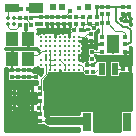
<source format=gtl>
G04 Layer_Physical_Order=1*
G04 Layer_Color=255*
%FSLAX25Y25*%
%MOIN*%
G70*
G01*
G75*
%ADD10C,0.01000*%
%ADD11R,0.04724X0.03543*%
%ADD12R,0.01181X0.01181*%
%ADD13R,0.01968X0.02362*%
%ADD14R,0.04724X0.03150*%
%ADD15R,0.01181X0.01181*%
%ADD16R,0.01378X0.01181*%
%ADD17R,0.02913X0.05905*%
%ADD18C,0.01181*%
%ADD19R,0.01968X0.03937*%
%ADD20R,0.04331X0.04724*%
%ADD21R,0.03937X0.06299*%
%ADD22R,0.01772X0.01181*%
%ADD23C,0.00787*%
%ADD24C,0.00394*%
%ADD25C,0.02756*%
%ADD26C,0.01968*%
%ADD27C,0.01339*%
%ADD28C,0.01575*%
D10*
X5421Y-35138D02*
G03*
X5421Y-35138I-1681J0D01*
G01*
X13554Y-41051D02*
G03*
X15354Y-41937I1800J1386D01*
G01*
Y-37394D02*
G03*
X13886Y-37932I0J-2272D01*
G01*
X5323Y-30217D02*
G03*
X5323Y-30217I-1681J0D01*
G01*
X10037Y-26386D02*
G03*
X11409Y-26478I789J1484D01*
G01*
X12353Y-24196D02*
G03*
X10146Y-23365I-1526J-706D01*
G01*
X14944Y-24689D02*
G03*
X15264Y-23917I-771J771D01*
G01*
X14944Y-24689D02*
G03*
X15264Y-23917I-771J771D01*
G01*
Y-23844D02*
G03*
X16535Y-23699I484J1403D01*
G01*
X18110D02*
G03*
X19685Y-23699I787J1258D01*
G01*
X16535D02*
G03*
X18110Y-23699I787J1258D01*
G01*
X11356Y-15380D02*
G03*
X11784Y-15808I1242J813D01*
G01*
X11425Y-21775D02*
G03*
X13083Y-22269I1173J909D01*
G01*
X14961Y-10159D02*
G03*
X13386Y-10159I-787J-1258D01*
G01*
D02*
G03*
X11425Y-10508I-787J-1258D01*
G01*
Y-9050D02*
G03*
X12010Y-8866I-205J1669D01*
G01*
X16535Y-10159D02*
G03*
X14961Y-10159I-787J-1258D01*
G01*
X18110D02*
G03*
X16535Y-10159I-787J-1258D01*
G01*
X19685D02*
G03*
X18110Y-10159I-787J-1258D01*
G01*
X19685Y-23699D02*
G03*
X21260Y-23699I787J1258D01*
G01*
D02*
G03*
X22835Y-23699I787J1258D01*
G01*
X24409D02*
G03*
X26107Y-23614I787J1258D01*
G01*
X22835Y-23699D02*
G03*
X24409Y-23699I787J1258D01*
G01*
X26567Y-19862D02*
G03*
X26678Y-19382I-1370J571D01*
G01*
X26681Y-19291D02*
G03*
X26455Y-18504I-1484J0D01*
G01*
Y-18504D02*
G03*
X26681Y-17717I-1258J787D01*
G01*
D02*
G03*
X26455Y-16929I-1484J0D01*
G01*
X26681Y-16142D02*
G03*
X26455Y-15354I-1484J0D01*
G01*
Y-16929D02*
G03*
X26681Y-16142I-1258J787D01*
G01*
X26455Y-15354D02*
G03*
X26681Y-14567I-1258J787D01*
G01*
D02*
G03*
X26455Y-13780I-1484J0D01*
G01*
X28382Y-17766D02*
G03*
X27891Y-19382I1146J-1230D01*
G01*
X30807Y-15445D02*
G03*
X28382Y-17766I-1279J-1091D01*
G01*
X21260Y-10159D02*
G03*
X19685Y-10159I-787J-1258D01*
G01*
X22145Y-9936D02*
G03*
X21260Y-10159I-97J-1481D01*
G01*
X22111Y-8866D02*
G03*
X22145Y-9936I1610J-484D01*
G01*
X26455Y-13780D02*
G03*
X26681Y-12992I-1258J787D01*
G01*
D02*
G03*
X26600Y-12508I-1484J0D01*
G01*
X26771D02*
G03*
X27542Y-12188I0J1091D01*
G01*
X26771Y-12508D02*
G03*
X27542Y-12188I0J1091D01*
G01*
X31209Y-18996D02*
G03*
X30673Y-17766I-1681J0D01*
G01*
X30716Y-10134D02*
G03*
X30996Y-9997I-598J1571D01*
G01*
X31092Y-9933D02*
G03*
X31685Y-9172I-974J1370D01*
G01*
X42232Y-15215D02*
G03*
X42544Y-14985I-598J1140D01*
G01*
X42232Y-15215D02*
G03*
X42544Y-14985I-598J1140D01*
G01*
X39675Y-5323D02*
G03*
X39393Y-5978I1369J-976D01*
G01*
X42303Y-7412D02*
G03*
X42600Y-6934I-1260J1113D01*
G01*
Y-5664D02*
G03*
X42412Y-5323I-1557J-635D01*
G01*
X500Y-40562D02*
X2937Y-43000D01*
X500Y-42684D02*
X816Y-43000D01*
X500Y-38441D02*
X5059Y-43000D01*
X500Y-39855D02*
X3645Y-43000D01*
X500Y-39148D02*
X4352Y-43000D01*
X500Y-37734D02*
X5766Y-43000D01*
X2296D02*
X8674Y-36622D01*
X1589Y-43000D02*
X8161Y-36427D01*
X500Y-36320D02*
X7180Y-43000D01*
X882D02*
X8161Y-35720D01*
X500Y-35613D02*
X7887Y-43000D01*
X500Y-41270D02*
X2230Y-43000D01*
X500Y-41977D02*
X1523Y-43000D01*
X500Y-37018D02*
X2085Y-35432D01*
X500Y-38432D02*
X2579Y-36353D01*
X500Y-37725D02*
X2271Y-35954D01*
X500Y-40553D02*
X4348Y-36705D01*
X500Y-37027D02*
X6473Y-43000D01*
X500Y-39846D02*
X3539Y-36807D01*
X500Y-39139D02*
X2994Y-36645D01*
X882Y-43000D02*
X8161Y-35720D01*
X500Y-42674D02*
X8161Y-35013D01*
X3825Y-36817D02*
X10009Y-43000D01*
X4400Y-36684D02*
X10716Y-43000D01*
X2889Y-36587D02*
X9301Y-43000D01*
X3710D02*
X10088Y-36622D01*
X3003Y-43000D02*
X9381Y-36622D01*
X7246Y-43000D02*
X10917Y-39328D01*
X8660Y-43000D02*
X10917Y-40742D01*
Y-38689D02*
Y-38083D01*
X4417Y-43000D02*
X10795Y-36622D01*
X5831Y-43000D02*
X10917Y-37914D01*
Y-38689D02*
Y-38083D01*
X8161Y-36203D02*
X8580Y-36622D01*
X8661Y-35138D02*
X9646D01*
X2559Y-35138D02*
X3740D01*
Y-36319D02*
Y-35138D01*
X4921D01*
X9287Y-36622D02*
X10917Y-38252D01*
X9995Y-36622D02*
X10917Y-37545D01*
X10702Y-36622D02*
X10917Y-36838D01*
X8161Y-36622D02*
X10524D01*
X10917Y-38083D02*
Y-36622D01*
X9646Y-36122D02*
Y-35138D01*
X500Y-34199D02*
X2291Y-35989D01*
X500Y-36310D02*
X2120Y-34691D01*
X500Y-43000D02*
Y-22072D01*
Y-33491D02*
X2061Y-35053D01*
X500Y-34896D02*
X3504Y-31892D01*
X500Y-34906D02*
X8594Y-43000D01*
X500Y-41967D02*
X8161Y-34306D01*
X3740Y-35138D02*
Y-33957D01*
X500Y-41260D02*
X10917Y-30843D01*
X500Y-35603D02*
X4373Y-31730D01*
X500Y-32077D02*
X2465Y-34042D01*
X500Y-32784D02*
X2194Y-34478D01*
X500Y-32775D02*
X2198Y-31077D01*
X500Y-31370D02*
X2845Y-33715D01*
X500Y-33482D02*
X2517Y-31466D01*
X500Y-29956D02*
X4025Y-33481D01*
X500Y-34189D02*
X2943Y-31746D01*
X500Y-30663D02*
X3342Y-33505D01*
X2587Y-26386D02*
X9854Y-33654D01*
X3294Y-26386D02*
X10562Y-33654D01*
X3293Y-33517D02*
X8260Y-28551D01*
X3844Y-31885D02*
X8161Y-36203D01*
Y-36622D02*
Y-33654D01*
X4388Y-31723D02*
X8161Y-35496D01*
X4804Y-31431D02*
X8161Y-34789D01*
X5112Y-31032D02*
X8161Y-34082D01*
X4955Y-33976D02*
X8707Y-30224D01*
X9646Y-35138D02*
Y-34154D01*
X10917Y-33654D02*
Y-32193D01*
X4557Y-33668D02*
X8260Y-29965D01*
X5409Y-34937D02*
X10122Y-30224D01*
X5247Y-34392D02*
X9414Y-30224D01*
X8161Y-33654D02*
X10524D01*
X8814D02*
X10917Y-31550D01*
X4035Y-33483D02*
X8260Y-29258D01*
X5297Y-30510D02*
X8440Y-33654D01*
X5262Y-29768D02*
X9147Y-33654D01*
X10228D02*
X10917Y-32964D01*
X10524Y-33654D02*
X10917D01*
X10524D02*
X10917D01*
X4001Y-26386D02*
X10917Y-33302D01*
X10228Y-33654D02*
X10917Y-32964D01*
X8547Y-30224D02*
X10917Y-32595D01*
X7953Y-43000D02*
X10917Y-40035D01*
X9367Y-43000D02*
X11316Y-41051D01*
X4836Y-36413D02*
X11423Y-43000D01*
X6538D02*
X10917Y-38621D01*
X5124Y-43000D02*
X10917Y-37207D01*
X10074Y-43000D02*
X12023Y-41051D01*
X12902Y-43000D02*
X14251Y-41651D01*
X10781Y-43000D02*
X12730Y-41051D01*
X5163Y-36033D02*
X12130Y-43000D01*
X12302Y-41051D02*
X14251Y-43000D01*
X5373Y-35536D02*
X12837Y-43000D01*
X10917Y-41051D02*
Y-38689D01*
X11488Y-43000D02*
X13437Y-41051D01*
X8580Y-36622D02*
X10917Y-38959D01*
X10524Y-36622D02*
X10917D01*
X10524D02*
X10917D01*
X500Y-43000D02*
X25405D01*
X12195D02*
X13838Y-41357D01*
X10917Y-41051D02*
X13554D01*
X11595D02*
X13544Y-43000D01*
X13010Y-41051D02*
X14958Y-43000D01*
X13492Y-35721D02*
X13886D01*
X14317Y-43000D02*
X15380Y-41937D01*
X15024Y-43000D02*
X16087Y-41937D01*
X13610Y-43000D02*
X14753Y-41856D01*
X15309Y-41937D02*
X16373Y-43000D01*
X14386Y-41720D02*
X15665Y-43000D01*
X17145D02*
X18208Y-41937D01*
X17852Y-43000D02*
X18915Y-41937D01*
X17431D02*
X18494Y-43000D01*
X15731D02*
X16794Y-41937D01*
X16724D02*
X17787Y-43000D01*
X16017Y-41937D02*
X17080Y-43000D01*
X13886Y-36271D02*
X15032Y-37417D01*
X13886Y-36978D02*
X14478Y-37570D01*
X13492Y-35721D02*
Y-35138D01*
X13886Y-37932D02*
Y-35721D01*
X13492D02*
Y-35138D01*
X16438Y-43000D02*
X17501Y-41937D01*
X15354D02*
X25405D01*
X13492Y-35170D02*
X15716Y-37394D01*
X15354D02*
X25405D01*
X5397Y-34853D02*
X10917Y-40373D01*
X13585Y-34555D02*
X16423Y-37394D01*
X3036Y-31785D02*
X10917Y-39666D01*
X13886Y-30614D02*
X20666Y-37394D01*
X13886Y-32028D02*
X19252Y-37394D01*
X13590Y-28197D02*
X22787Y-37394D01*
X13886Y-29907D02*
X21373Y-37394D01*
X13590Y-28904D02*
X22080Y-37394D01*
X13590Y-26076D02*
X24908Y-37394D01*
X13590Y-27490D02*
X23494Y-37394D01*
X13590Y-26783D02*
X24201Y-37394D01*
X13492Y-35138D02*
Y-34555D01*
Y-35138D02*
Y-34555D01*
X9521Y-33654D02*
X10917Y-32257D01*
X13569Y-34555D02*
X13886Y-34238D01*
Y-32193D02*
Y-31587D01*
X13492Y-34555D02*
X13886D01*
Y-31321D02*
X19959Y-37394D01*
X13886Y-37067D02*
X26567Y-24386D01*
X13492Y-35339D02*
X24930Y-23901D01*
X13818Y-35721D02*
X25702Y-23837D01*
X13886Y-33531D02*
X23497Y-23920D01*
X13886Y-33442D02*
X17837Y-37394D01*
X13886Y-34149D02*
X17130Y-37394D01*
X13886Y-32735D02*
X18544Y-37394D01*
X13927Y-25706D02*
X25405Y-37184D01*
X14281Y-25352D02*
X25405Y-36476D01*
X13886Y-37774D02*
X26947Y-24713D01*
X14934Y-37433D02*
X27654Y-24713D01*
X15680Y-37394D02*
X28361Y-24713D01*
X16387Y-37394D02*
X29069Y-24713D01*
X17802Y-37394D02*
X30483Y-24713D01*
X17095Y-37394D02*
X29776Y-24713D01*
X13886Y-34555D02*
Y-32193D01*
X14635Y-24998D02*
X25553Y-35917D01*
X13886Y-34238D02*
X24419Y-23705D01*
X14987Y-24644D02*
X26261Y-35917D01*
X13886Y-32824D02*
X22947Y-23763D01*
X15231Y-24181D02*
X26968Y-35917D01*
X17076Y-23904D02*
X29089Y-35917D01*
X15681Y-23924D02*
X27675Y-35917D01*
X13886Y-36360D02*
X26369Y-23876D01*
X17743Y-23864D02*
X29796Y-35917D01*
X16288Y-23823D02*
X28382Y-35917D01*
X500Y-32068D02*
X1998Y-30570D01*
X3642Y-31398D02*
Y-30217D01*
X500Y-28542D02*
X1973Y-30015D01*
X500Y-31361D02*
X1998Y-29862D01*
X500Y-29249D02*
X2074Y-30822D01*
X2461Y-30217D02*
X3642D01*
Y-29035D01*
Y-30217D02*
X4823D01*
X500Y-30654D02*
X4768Y-26386D01*
X500Y-29947D02*
X4061Y-26386D01*
X500Y-27127D02*
X2427Y-29054D01*
X500Y-27835D02*
X2135Y-29470D01*
X500Y-28532D02*
X2647Y-26386D01*
X500Y-26420D02*
X2826Y-28747D01*
X500Y-27825D02*
X1939Y-26386D01*
X500Y-29239D02*
X3354Y-26386D01*
X1880D02*
X4090Y-28596D01*
X1365Y-26386D02*
X4334D01*
X3536Y-26386D02*
X4334D01*
X4891Y-29091D02*
X7596Y-26386D01*
X4334Y-26386D02*
X5406D01*
X8260Y-29937D02*
X8547Y-30224D01*
X9744Y-29724D02*
Y-28740D01*
X5155Y-30948D02*
X8260Y-27843D01*
Y-30224D02*
Y-27256D01*
X5317Y-30079D02*
X9010Y-26386D01*
X8260Y-30224D02*
X10622D01*
X10917Y-32193D02*
Y-31587D01*
Y-32193D02*
Y-31587D01*
X9254Y-30224D02*
X10917Y-31888D01*
Y-31587D02*
Y-30224D01*
X9961D02*
X10917Y-31181D01*
X8847Y-27256D02*
X9718Y-26386D01*
X9744Y-28740D02*
Y-27756D01*
X5171Y-29518D02*
X8303Y-26386D01*
X8244D02*
X9114Y-27256D01*
X7537Y-26386D02*
X8407Y-27256D01*
X8260D02*
X10622D01*
X8760Y-28740D02*
X9744D01*
X9555Y-27256D02*
X10309Y-26501D01*
X7177Y-26386D02*
X10037D01*
X9658D02*
X10528Y-27256D01*
X8951Y-26386D02*
X9821Y-27256D01*
X500Y-26411D02*
X1365Y-25546D01*
X500Y-27118D02*
X1365Y-26253D01*
X500Y-25006D02*
X1365Y-25872D01*
Y-26386D02*
Y-24024D01*
X500Y-25704D02*
X1365Y-24838D01*
X500Y-24299D02*
X1365Y-25164D01*
X500Y-25713D02*
X3348Y-28561D01*
X1365Y-25872D02*
X1880Y-26386D01*
X500Y-24290D02*
X1365Y-23424D01*
X500Y-24997D02*
X1365Y-24131D01*
X500Y-23592D02*
X1365Y-24457D01*
Y-24024D02*
Y-23417D01*
Y-24024D02*
Y-23417D01*
X500Y-23583D02*
X1365Y-22717D01*
Y-23417D02*
Y-22072D01*
X500Y-22875D02*
X1303Y-22072D01*
X500D02*
X1365D01*
X500Y-22885D02*
X1365Y-23750D01*
X500Y-22178D02*
X1365Y-23043D01*
X500Y-15380D02*
X5307D01*
X1102Y-22072D02*
X1365Y-22336D01*
X500Y-15561D02*
X5307D01*
X4502Y-28773D02*
X6889Y-26386D01*
X5406D02*
X6504D01*
X3288Y-28573D02*
X5475Y-26386D01*
X3995Y-28573D02*
X6182Y-26386D01*
X5406D02*
X6504D01*
X6122D02*
X8260Y-28523D01*
X6830Y-26386D02*
X8260Y-27816D01*
X7177Y-26386D02*
X8374D01*
X4708D02*
X8260Y-29937D01*
X5415Y-26386D02*
X8260Y-29230D01*
X6504Y-26386D02*
X7177D01*
X1865Y-22539D02*
X2850D01*
X2854Y-18816D02*
Y-16061D01*
X5307Y-15380D02*
X5913D01*
X5307Y-15561D02*
X5913D01*
X5307Y-15380D02*
X5913D01*
X8662Y-22539D02*
X9646D01*
X10146Y-23365D02*
Y-22072D01*
Y-22631D02*
X10738Y-23223D01*
X5307Y-15561D02*
X5913D01*
X10146Y-22422D02*
X10496Y-22072D01*
X8366Y-14879D02*
Y-12124D01*
X10622Y-27256D02*
X11228D01*
X10622D02*
X11228D01*
X11409D02*
Y-26478D01*
X10262Y-27256D02*
X10939Y-26579D01*
X10969Y-27256D02*
X11409Y-26815D01*
X13590Y-27463D02*
X17139Y-23914D01*
X13590Y-26048D02*
X15714Y-23925D01*
X12353Y-24196D02*
X13083Y-23466D01*
X12188Y-23915D02*
X13083Y-23021D01*
X10146Y-22072D02*
X11425D01*
X10760Y-23222D02*
X11840Y-22142D01*
X10146Y-23129D02*
X11203Y-22072D01*
X10294D02*
X11668Y-23446D01*
X11203Y-22072D02*
X11458Y-21817D01*
X11376Y-23313D02*
X12358Y-22331D01*
X11838Y-23559D02*
X13083Y-22314D01*
X12691Y-22347D02*
X13083Y-22739D01*
X11001Y-22072D02*
X12739Y-23810D01*
X13083Y-23466D02*
Y-22269D01*
X11605Y-21969D02*
X13083Y-23447D01*
X13886Y-31587D02*
Y-29224D01*
Y-32193D02*
Y-31587D01*
X13590Y-28877D02*
X18577Y-23890D01*
X13590Y-29224D02*
Y-28740D01*
Y-29224D02*
Y-28740D01*
X13886Y-29289D02*
X19307Y-23868D01*
X13886Y-32117D02*
X22078Y-23925D01*
X13886Y-30703D02*
X20678Y-23911D01*
X13886Y-31410D02*
X21482Y-23813D01*
X13886Y-29996D02*
X20025Y-23856D01*
X13886Y-29996D02*
X20025Y-23856D01*
X13590Y-28740D02*
Y-27256D01*
Y-28740D02*
Y-27256D01*
Y-26042D01*
X14944Y-24689D01*
X13590Y-26755D02*
X16606Y-23740D01*
X13590Y-28170D02*
X17997Y-23763D01*
X5913Y-15561D02*
X11425D01*
Y-16166D02*
Y-15561D01*
X5913Y-15380D02*
X11356D01*
X11425Y-10508D02*
Y-9050D01*
Y-16166D02*
X11784Y-15808D01*
X11786Y-10175D02*
X13095Y-8866D01*
X11425Y-9769D02*
X11814Y-10157D01*
X11425Y-9061D02*
X12323Y-9959D01*
X11962Y-8891D02*
X13087Y-10016D01*
X12644Y-8866D02*
X13768Y-9990D01*
X11425Y-9829D02*
X12388Y-8866D01*
X12010D02*
X14181D01*
X13351D02*
X14443Y-9958D01*
X12730Y-9939D02*
X13802Y-8866D01*
X13083Y-8866D02*
X14181D01*
X13278Y-10098D02*
X14509Y-8866D01*
X14058Y-8866D02*
X15222Y-10029D01*
X17323Y-11417D02*
Y-10433D01*
X14743Y-10047D02*
X15924Y-8866D01*
X15473D02*
X16684Y-10078D01*
X16200Y-10004D02*
X17338Y-8866D01*
X16923Y-9988D02*
X18045Y-8866D01*
X16887D02*
X18154Y-10133D01*
X17649Y-9969D02*
X18752Y-8866D01*
X17594D02*
X18677Y-9950D01*
X14765Y-8866D02*
X15835Y-9936D01*
X14854Y-8866D02*
X16051D01*
X14854D02*
X16051D01*
X14149Y-9933D02*
X15216Y-8866D01*
X14181D02*
X14854D01*
X14567Y-8366D02*
Y-7382D01*
X16180Y-8866D02*
X17249Y-9935D01*
X16823Y-8866D02*
X18791D01*
X16823Y-8866D02*
X17823D01*
X15551Y-9946D02*
X16631Y-8866D01*
X16051D02*
X16823D01*
X16339Y-8366D02*
Y-7382D01*
X19266Y-43000D02*
X20329Y-41937D01*
X19552D02*
X20615Y-43000D01*
X18138Y-41937D02*
X19201Y-43000D01*
X18845Y-41937D02*
X19908Y-43000D01*
X18559D02*
X19622Y-41937D01*
X20967D02*
X22029Y-43000D01*
X24216D02*
X25279Y-41937D01*
X21388Y-43000D02*
X22451Y-41937D01*
X19974Y-43000D02*
X21036Y-41937D01*
X20681Y-43000D02*
X21744Y-41937D01*
X20259D02*
X21322Y-43000D01*
X22802D02*
X23865Y-41937D01*
X23088D02*
X24151Y-43000D01*
X21674Y-41937D02*
X22737Y-43000D01*
X22381Y-41937D02*
X23444Y-43000D01*
X22095D02*
X23158Y-41937D01*
X23509Y-43000D02*
X24572Y-41937D01*
X23795D02*
X24858Y-43000D01*
X24166Y-37394D02*
X25405Y-36154D01*
X19216Y-37394D02*
X31602Y-25008D01*
X23459Y-37394D02*
X35844Y-25008D01*
X19923Y-37394D02*
X32309Y-25008D01*
X24923Y-43000D02*
X25405Y-42518D01*
X30106Y-42592D02*
X30515Y-43000D01*
X25405D02*
Y-41937D01*
X30106Y-43000D02*
Y-35917D01*
Y-41884D02*
X31222Y-43000D01*
X30106Y-39763D02*
X33343Y-43000D01*
X37651D02*
X38816Y-41836D01*
X30106Y-40470D02*
X32636Y-43000D01*
X30106Y-36935D02*
X36172Y-43000D01*
X30106Y-38349D02*
X34757Y-43000D01*
X30106Y-37642D02*
X35465Y-43000D01*
X24502Y-41937D02*
X25405Y-42840D01*
X24873Y-37394D02*
X25405Y-36861D01*
Y-35917D02*
X30106D01*
X25405Y-37394D02*
Y-35917D01*
Y-36154D02*
X25642Y-35917D01*
X30106Y-36228D02*
X36879Y-43000D01*
X30106Y-41177D02*
X31929Y-43000D01*
X30106Y-39056D02*
X34050Y-43000D01*
X27056Y-35917D02*
X37966Y-25008D01*
X29796Y-35917D02*
X30106Y-36228D01*
X27763Y-35917D02*
X38673Y-25008D01*
X20630Y-37394D02*
X33016Y-25008D01*
X21337Y-37394D02*
X33723Y-25008D01*
X18438Y-23852D02*
X37586Y-43000D01*
X22751Y-37394D02*
X35238Y-24907D01*
X22044Y-37394D02*
X34430Y-25008D01*
X19189Y-23896D02*
X38293Y-43000D01*
X24828Y-23879D02*
X38816Y-37866D01*
X25541Y-23885D02*
X38816Y-37159D01*
X19721Y-23721D02*
X38816Y-42815D01*
X22633Y-23805D02*
X38816Y-39987D01*
X24092Y-23849D02*
X38816Y-38573D01*
X18898Y-23425D02*
Y-22441D01*
X25642Y-35917D02*
X36552Y-25008D01*
X26349Y-35917D02*
X37259Y-25008D01*
X26567Y-24713D02*
X29535D01*
X26032Y-23668D02*
X26567Y-24203D01*
X27076Y-24713D01*
X26107Y-23614D02*
X26493Y-24000D01*
X30612Y-24713D02*
X30907Y-25008D01*
X30898D02*
X34654D01*
X26567Y-24713D02*
Y-24067D01*
X29535Y-24713D02*
X30898D01*
X28535D02*
X29535D01*
X27076Y-24713D02*
X38816Y-36452D01*
X34430Y-25008D02*
X34654Y-24784D01*
X35238Y-24200D01*
X34654Y-23804D02*
X35238Y-24388D01*
Y-25008D02*
Y-19283D01*
X34654Y-25008D02*
Y-19283D01*
Y-23370D02*
X35238Y-22786D01*
X34654Y-24077D02*
X35238Y-23493D01*
X28051Y-20866D02*
Y-19882D01*
X34654Y-22390D02*
X35238Y-22974D01*
X34654Y-22663D02*
X35238Y-22079D01*
X34654Y-21956D02*
X35238Y-21372D01*
X34654Y-23097D02*
X35238Y-23681D01*
X34654Y-21683D02*
X35238Y-22267D01*
X34654Y-20269D02*
X35238Y-20853D01*
X34654Y-20976D02*
X35238Y-21560D01*
X34654Y-21249D02*
X35238Y-20665D01*
X30106Y-43000D02*
X38816D01*
X33409D02*
X38816Y-37593D01*
X30580Y-43000D02*
X42600Y-30980D01*
X32702Y-43000D02*
X38816Y-36886D01*
X31994Y-43000D02*
X38816Y-36179D01*
X30106Y-42060D02*
X42600Y-29566D01*
X31287Y-43000D02*
X42600Y-31687D01*
X30106Y-42767D02*
X42600Y-30273D01*
X30106Y-39938D02*
X42600Y-27445D01*
X30106Y-41353D02*
X42600Y-28859D01*
X30106Y-40646D02*
X42600Y-28152D01*
X28491Y-24713D02*
X39695Y-35917D01*
X30907Y-25008D02*
X41817Y-35917D01*
X27784Y-24713D02*
X38988Y-35917D01*
X29905Y-24713D02*
X41110Y-35917D01*
X29198Y-24713D02*
X40402Y-35917D01*
X30106Y-37817D02*
X42600Y-25323D01*
X30106Y-39231D02*
X42600Y-26738D01*
X30106Y-38524D02*
X42600Y-26030D01*
X31614Y-25008D02*
X42524Y-35917D01*
X32321Y-25008D02*
X42600Y-35286D01*
X33029Y-25008D02*
X42600Y-34579D01*
X36944Y-43000D02*
X38816Y-41129D01*
X38358Y-43000D02*
X38816Y-42543D01*
X34116Y-43000D02*
X38816Y-38300D01*
X35530Y-43000D02*
X38816Y-39715D01*
X34823Y-43000D02*
X38816Y-39007D01*
X36237Y-43000D02*
X38816Y-40422D01*
Y-43000D02*
Y-35917D01*
Y-36179D02*
X39077Y-35917D01*
X39784D02*
X42600Y-33101D01*
X41906Y-35917D02*
X42600Y-35223D01*
X40491Y-35917D02*
X42600Y-33809D01*
X36564Y-25008D02*
X42600Y-31044D01*
X37271Y-25008D02*
X42600Y-30337D01*
X35238Y-25008D02*
X38994D01*
X37978D02*
X42600Y-29629D01*
X38685Y-25008D02*
X42600Y-28922D01*
X38816Y-35917D02*
X42600D01*
X41199D02*
X42600Y-34516D01*
X39077Y-35917D02*
X42600Y-32394D01*
X33736Y-25008D02*
X42600Y-33872D01*
X34443Y-25008D02*
X42600Y-33165D01*
X35857Y-25008D02*
X42600Y-31751D01*
X20625Y-23917D02*
X38816Y-42108D01*
X22047Y-23925D02*
X38816Y-40694D01*
X21167Y-23753D02*
X38816Y-41401D01*
X23451Y-23915D02*
X38816Y-39280D01*
X28471Y-35917D02*
X40659Y-23728D01*
X30106Y-37110D02*
X42600Y-24616D01*
X34654Y-24511D02*
X42600Y-32458D01*
X38994Y-24609D02*
X42600Y-28215D01*
X29178Y-35917D02*
X41367Y-23728D01*
X30106Y-36403D02*
X42600Y-23909D01*
X29885Y-35917D02*
X42074Y-23728D01*
X38673Y-25008D02*
X38994Y-24687D01*
Y-25008D02*
Y-23728D01*
Y-20366D02*
X39387Y-20760D01*
X38994Y-24687D02*
X39952Y-23728D01*
X38994Y-23980D02*
X39245Y-23728D01*
X38994Y-20760D02*
X40740D01*
X38994Y-23902D02*
X42600Y-27508D01*
X38994Y-23728D02*
X40740D01*
X38061Y-18020D02*
X40802Y-20760D01*
X38994Y-19659D02*
X40094Y-20760D01*
X38768Y-18020D02*
X41509Y-20760D01*
X40740Y-23728D02*
X41346D01*
X40740D02*
X41346D01*
X40234D02*
X42600Y-26094D01*
X42224Y-23228D02*
Y-22244D01*
Y-21260D01*
X41346Y-23728D02*
X42600D01*
X41649D02*
X42600Y-24680D01*
X42356Y-23728D02*
X42600Y-23973D01*
X39527Y-23728D02*
X42600Y-26801D01*
Y-35917D02*
Y-23728D01*
X40942D02*
X42600Y-25387D01*
X40740Y-20760D02*
X41346D01*
X40740D02*
X41346D01*
X38994D02*
Y-19283D01*
X39476Y-18020D02*
X42216Y-20760D01*
X39385D02*
X42125Y-18020D01*
X41346Y-20760D02*
X42600D01*
X42214D02*
X42600Y-20374D01*
X41507Y-20760D02*
X42600Y-19667D01*
X40092Y-20760D02*
X42600Y-18252D01*
Y-20760D02*
Y-14929D01*
X40799Y-20760D02*
X42600Y-18959D01*
X25197Y-19291D02*
X26181D01*
X25197Y-17717D02*
X26181D01*
X26481Y-18461D02*
X27403Y-19382D01*
X26569Y-18726D02*
X28019Y-17277D01*
X26557Y-17122D02*
X27925Y-18490D01*
X26638Y-16496D02*
X28160Y-18018D01*
X26612Y-17269D02*
X27964Y-15917D01*
X26519Y-15241D02*
X27748Y-14012D01*
X26602Y-15045D02*
X27862Y-16306D01*
X26612Y-17269D02*
X27964Y-15917D01*
X26639Y-15789D02*
X27941Y-17092D01*
X26557Y-13586D02*
X28328Y-15358D01*
X26624Y-16551D02*
X28895Y-14279D01*
X26646Y-15821D02*
X28188Y-14279D01*
X26678Y-19382D02*
X27891D01*
X27328D02*
X27852Y-18858D01*
X26665Y-17937D02*
X27851Y-19123D01*
X26667Y-17922D02*
X27858Y-16731D01*
X26673Y-14409D02*
X28032Y-15768D01*
X30996Y-18020D02*
Y-17626D01*
Y-15445D02*
Y-15051D01*
Y-15445D02*
Y-15051D01*
X30686Y-15317D02*
X30996Y-15007D01*
X27957Y-14279D02*
X28732Y-15054D01*
X28664Y-14279D02*
X29260Y-14876D01*
X26670Y-14383D02*
X27748Y-13305D01*
X28910Y-14972D02*
X29602Y-14279D01*
X26681Y-13003D02*
X27748Y-14070D01*
X28910Y-14972D02*
X29602Y-14279D01*
X29371D02*
X30020Y-14928D01*
X29723Y-14866D02*
X30309Y-14279D01*
X27748D02*
X30716D01*
X30079D02*
X30996Y-15197D01*
X30309Y-14279D02*
X30716Y-13872D01*
X19087Y-9945D02*
X20166Y-8866D01*
X19715D02*
X20825Y-9975D01*
X18237Y-10088D02*
X19459Y-8866D01*
X18301D02*
X19492Y-10057D01*
X19008Y-8866D02*
X20118Y-9976D01*
X22047Y-11417D02*
Y-10433D01*
X19619Y-10120D02*
X20873Y-8866D01*
X21087Y-10066D02*
X22059Y-9095D01*
X20422Y-8866D02*
X21569Y-10012D01*
X18791Y-8866D02*
X19791D01*
X18791D02*
X19791D01*
X18307Y-8366D02*
Y-7382D01*
X20513Y-9934D02*
X21580Y-8866D01*
X20276Y-8366D02*
Y-7382D01*
X19791Y-8866D02*
X21760D01*
X21129D02*
X22116Y-9853D01*
X20661Y-8866D02*
X21760D01*
X22111D01*
X21837D02*
X22060Y-9089D01*
X25197Y-12992D02*
X26181D01*
X26496Y-13850D02*
X27748Y-12598D01*
X26681Y-12958D02*
X27234Y-12405D01*
X29232Y-12795D02*
X30217D01*
X30996Y-15051D02*
Y-12902D01*
X29232Y-13780D02*
Y-12795D01*
X26886Y-12502D02*
X27748Y-13363D01*
X30716Y-14279D02*
Y-11917D01*
X27748Y-14279D02*
Y-11983D01*
X27400Y-12308D02*
X27748Y-12656D01*
X22145Y-8366D02*
Y-7382D01*
X26083Y-9350D02*
X27264D01*
X28248Y-12795D02*
X29232D01*
X30716Y-11917D02*
Y-11311D01*
Y-11917D02*
Y-11311D01*
X27748Y-8949D02*
X28482D01*
X30716Y-11311D02*
Y-10134D01*
X27961Y-8866D02*
X28465D01*
X32404Y-18020D02*
X33668Y-19283D01*
X33084D02*
X34347Y-18020D01*
X31669Y-19283D02*
X32933Y-18020D01*
X32377Y-19283D02*
X33640Y-18020D01*
X31697D02*
X32961Y-19283D01*
X34375D02*
X34654Y-19562D01*
Y-20542D02*
X35238Y-19958D01*
X34654Y-19562D02*
X35238Y-20146D01*
X33112Y-18020D02*
X34375Y-19283D01*
X34654Y-19835D02*
X36469Y-18020D01*
X33819D02*
X35238Y-19439D01*
X31110Y-18428D02*
X31519Y-18020D01*
X31208Y-18945D02*
X31547Y-19283D01*
X33752Y-18020D02*
X34555D01*
X30996D02*
X33752D01*
X31184Y-19283D02*
X34654D01*
X34498D02*
X35761Y-18020D01*
X33791Y-19283D02*
X35054Y-18020D01*
X33752D02*
X39476D01*
X35233D02*
X36496Y-19283D01*
X34526Y-18020D02*
X35789Y-19283D01*
X37354Y-18020D02*
X38618Y-19283D01*
X38994Y-19659D01*
X35912Y-19283D02*
X37176Y-18020D01*
X37326Y-19283D02*
X38590Y-18020D01*
X36647D02*
X37911Y-19283D01*
X38033D02*
X39297Y-18020D01*
X38994Y-19737D02*
X40711Y-18020D01*
X38741Y-19283D02*
X40004Y-18020D01*
X38994Y-20444D02*
X41418Y-18020D01*
X40183D02*
X42600Y-20437D01*
X40890Y-18020D02*
X42600Y-19730D01*
X35238Y-19283D02*
X38994D01*
X36619D02*
X37883Y-18020D01*
X35940D02*
X37204Y-19283D01*
X38673Y-18020D02*
X39476D01*
X40453Y-17520D02*
Y-16535D01*
X39476Y-18020D02*
X42232D01*
X41597D02*
X42600Y-19023D01*
X42232Y-17948D02*
X42600Y-18316D01*
X42232Y-17206D02*
X42600Y-16838D01*
X42232Y-17913D02*
X42600Y-17545D01*
X42232Y-17241D02*
X42600Y-17609D01*
X30269Y-15027D02*
X30996Y-14300D01*
X30716Y-14210D02*
X30996Y-14490D01*
X30716Y-13165D02*
X30996Y-12886D01*
X30716Y-13872D02*
X30996Y-13593D01*
X30716Y-13503D02*
X30996Y-13783D01*
X30716Y-12796D02*
X30996Y-13076D01*
X31496Y-13976D02*
X32776D01*
X30716Y-13165D02*
X30996Y-12886D01*
Y-12492D02*
Y-9997D01*
Y-12902D02*
Y-12492D01*
Y-12902D02*
Y-12492D01*
X30716Y-12089D02*
X30996Y-12369D01*
X30716Y-12458D02*
X30996Y-12178D01*
X30716Y-11044D02*
X30996Y-10764D01*
X30716Y-11751D02*
X30996Y-11471D01*
X30716Y-11382D02*
X30996Y-11661D01*
X30716Y-10675D02*
X30996Y-10954D01*
X30716Y-10337D02*
X30996Y-10057D01*
X31092Y-9933D02*
X31685D01*
X31384Y-9669D02*
X31685Y-9368D01*
X40453Y-16535D02*
X41732D01*
X42232Y-18020D02*
Y-15461D01*
X31685Y-9933D02*
Y-9172D01*
X42232Y-15827D02*
X42600Y-16194D01*
X42232Y-16534D02*
X42600Y-16902D01*
X42232Y-16499D02*
X42600Y-16131D01*
X42232Y-15791D02*
X42600Y-15424D01*
X42293Y-15180D02*
X42600Y-15487D01*
Y-7709D02*
Y-6934D01*
X38986Y-5571D02*
X39393Y-5978D01*
X39862Y-6299D02*
X41043D01*
X39002Y-5587D02*
X39266Y-5323D01*
X38986D02*
X39675D01*
X39862Y-4823D02*
Y-3839D01*
X41043Y-6299D02*
X42224D01*
X42303Y-7412D02*
X42600Y-7709D01*
X41831Y-4823D02*
Y-3839D01*
X42600Y-5664D02*
Y-5323D01*
D11*
X10925Y-2067D02*
D03*
D12*
X29232Y-10433D02*
D03*
Y-12795D02*
D03*
X34941Y-3839D02*
D03*
Y-1476D02*
D03*
X41831Y-1476D02*
D03*
Y-3839D02*
D03*
X39862D02*
D03*
Y-1476D02*
D03*
X28051Y-20866D02*
D03*
Y-23228D02*
D03*
X20276Y-5020D02*
D03*
Y-7382D02*
D03*
X18307D02*
D03*
Y-5020D02*
D03*
X16339Y-7382D02*
D03*
Y-5020D02*
D03*
X14567Y-7382D02*
D03*
Y-5020D02*
D03*
X2850Y-22539D02*
D03*
Y-24902D02*
D03*
X5020Y-22539D02*
D03*
Y-24902D02*
D03*
X6890Y-22539D02*
D03*
Y-24902D02*
D03*
X8662Y-22539D02*
D03*
Y-24902D02*
D03*
X30020Y-20866D02*
D03*
Y-23228D02*
D03*
X26476Y-5020D02*
D03*
Y-7382D02*
D03*
X12697D02*
D03*
Y-5020D02*
D03*
X33071Y-1476D02*
D03*
Y-3839D02*
D03*
X29035Y-5020D02*
D03*
Y-7382D02*
D03*
X31102Y-5020D02*
D03*
Y-7382D02*
D03*
X9350Y-5126D02*
D03*
Y-7488D02*
D03*
X12402Y-33071D02*
D03*
Y-30709D02*
D03*
Y-39567D02*
D03*
Y-37205D02*
D03*
X22145Y-5020D02*
D03*
Y-7382D02*
D03*
X7509Y-7482D02*
D03*
Y-5120D02*
D03*
X5600Y-7480D02*
D03*
Y-5118D02*
D03*
D13*
X28248Y-1476D02*
D03*
X16437D02*
D03*
X19685D02*
D03*
D14*
X2854Y-1969D02*
D03*
D15*
X9646Y-35138D02*
D03*
X12008D02*
D03*
X9744Y-28740D02*
D03*
X12106D02*
D03*
X42224Y-22244D02*
D03*
X39862D02*
D03*
X8169Y-2165D02*
D03*
X5807D02*
D03*
D16*
X24311Y-7382D02*
D03*
Y-5020D02*
D03*
D17*
X41166Y-39764D02*
D03*
X27756D02*
D03*
D18*
X25197Y-20866D02*
D03*
Y-14567D02*
D03*
X20472D02*
D03*
X18898Y-12992D02*
D03*
Y-11417D02*
D03*
X22047Y-12992D02*
D03*
X17323Y-16142D02*
D03*
Y-17717D02*
D03*
X18898Y-20866D02*
D03*
X17323Y-19291D02*
D03*
X15748Y-16142D02*
D03*
Y-17717D02*
D03*
Y-19291D02*
D03*
Y-20866D02*
D03*
X17323Y-11417D02*
D03*
X22047Y-22441D02*
D03*
X23622Y-11417D02*
D03*
X20472Y-17717D02*
D03*
Y-20866D02*
D03*
Y-22441D02*
D03*
X25197Y-17717D02*
D03*
X12598Y-20866D02*
D03*
X18898Y-17717D02*
D03*
X22047Y-19291D02*
D03*
X23622Y-14567D02*
D03*
X20472Y-16142D02*
D03*
X23622D02*
D03*
Y-17717D02*
D03*
X12598Y-11417D02*
D03*
X14173D02*
D03*
X17323Y-14567D02*
D03*
X18898Y-22441D02*
D03*
X15748Y-11417D02*
D03*
Y-12992D02*
D03*
Y-22441D02*
D03*
X23622D02*
D03*
X17323D02*
D03*
X23622Y-20866D02*
D03*
X22047D02*
D03*
X17323Y-20866D02*
D03*
X14173Y-20866D02*
D03*
X23622Y-19291D02*
D03*
X18898D02*
D03*
X14173D02*
D03*
X12598D02*
D03*
X22047Y-17717D02*
D03*
X14173D02*
D03*
X22047Y-16142D02*
D03*
X18898D02*
D03*
X14173D02*
D03*
X22047Y-14567D02*
D03*
X18898D02*
D03*
X14173D02*
D03*
X12598D02*
D03*
X23622Y-12992D02*
D03*
X20472D02*
D03*
X17323D02*
D03*
X22047Y-11417D02*
D03*
X20472D02*
D03*
X25197Y-22441D02*
D03*
Y-19291D02*
D03*
Y-16142D02*
D03*
Y-12992D02*
D03*
Y-11417D02*
D03*
X20472Y-19291D02*
D03*
X12598Y-12992D02*
D03*
X14173D02*
D03*
X15748Y-14567D02*
D03*
D19*
X32776Y-22145D02*
D03*
X37116D02*
D03*
D20*
X8366Y-12124D02*
D03*
Y-18816D02*
D03*
X2854D02*
D03*
Y-12124D02*
D03*
D21*
X36614Y-13976D02*
D03*
D22*
X40453Y-11417D02*
D03*
Y-13976D02*
D03*
Y-16535D02*
D03*
X32776D02*
D03*
Y-13976D02*
D03*
Y-11417D02*
D03*
D23*
X1173Y-22539D02*
X2650D01*
X1173Y-28040D02*
Y-22539D01*
X22145Y-5217D02*
X22146D01*
X18209Y-5118D02*
X18307Y-5217D01*
X9351Y-5000D02*
X12598Y-5020D01*
X9300Y-5000D02*
X9351Y-5000D01*
X14665Y-5118D02*
X14764Y-5020D01*
X14567Y-5217D02*
X14665Y-5118D01*
X6890Y-24902D02*
X8662D01*
X5020D02*
X6890D01*
X2850D02*
X5020D01*
X20101Y-7382D02*
X20296Y-7576D01*
X18307Y-7579D02*
X18504Y-7382D01*
X14567D02*
X18307D01*
X7509Y-10166D02*
Y-7482D01*
X3150Y-22539D02*
X8662D01*
X2854Y-18816D02*
Y-17717D01*
X8662Y-24902D02*
X10827D01*
X37699Y-1476D02*
X39469D01*
X31201Y-4921D02*
Y-1476D01*
X39862D02*
X39862Y-1476D01*
X6496Y-34547D02*
X7087Y-35138D01*
X9646D01*
X28051Y-20866D02*
Y-19980D01*
X27362Y-19291D02*
X28051Y-19980D01*
X28445Y-20866D02*
X30020D01*
X39862Y-1476D02*
X41831D01*
X20276Y-7382D02*
X22145D01*
X8662Y-22539D02*
X8760D01*
X25197Y-19291D02*
X27362D01*
X25197D02*
Y-17717D01*
X14173Y-19291D02*
Y-17717D01*
X18307Y-7382D02*
X18504D01*
X20101D01*
X20276D01*
X42224Y-22244D02*
Y-20472D01*
X40551Y-18799D02*
X42224Y-20472D01*
X32087Y-18799D02*
X40551D01*
X30020Y-20866D02*
X32087Y-18799D01*
X40551D02*
Y-16634D01*
X39862Y-3839D02*
X41045D01*
X41831D01*
X41043Y-6299D02*
Y-3935D01*
X41045Y-3839D02*
X41142Y-3935D01*
X37699Y-6104D02*
Y-1476D01*
Y-6104D02*
X39862Y-8268D01*
X41339D01*
X42421Y-9350D01*
Y-13287D02*
Y-9350D01*
X41634Y-14075D02*
X42421Y-13287D01*
X40551Y-14075D02*
X41634D01*
X12598Y-5020D02*
X12697D01*
X14567Y-5020D01*
X14764D01*
X16339Y-5020D01*
X18307Y-5020D01*
X20079Y-5020D01*
X20276D01*
X22145Y-5020D01*
X22244D01*
X31201Y-1476D02*
X33071D01*
X34941D01*
X37699D01*
X10630Y-5020D02*
X10728D01*
X7509Y-10166D02*
X8366Y-11024D01*
X2854Y-22244D02*
Y-18816D01*
X6496Y-34547D02*
Y-28740D01*
X9744D01*
X5796Y-28040D02*
X6496Y-28740D01*
X1173Y-28040D02*
X5796D01*
X3150Y-22539D02*
X3150Y-22539D01*
D24*
X8366Y-17717D02*
X11417D01*
X7045Y-5083D02*
X7295Y-5333D01*
X9350Y-7388D01*
X22211Y-2854D02*
Y-2799D01*
Y-2888D02*
Y-2854D01*
X20177Y-4921D02*
X22211Y-2888D01*
X20079Y-5020D02*
X20177Y-4921D01*
X33169Y-3937D02*
X33268Y-3839D01*
X33071Y-4035D02*
X33169Y-3937D01*
X34941Y-6988D02*
X34990Y-7037D01*
X37402Y-9449D01*
X26476Y-5020D02*
X26575D01*
X24902D02*
X26476D01*
X12402Y-35138D02*
Y-33169D01*
Y-36713D02*
Y-35138D01*
X12500Y-28740D02*
Y-25591D01*
Y-30217D02*
Y-28740D01*
X29531Y-8170D02*
X29627D01*
X29035Y-7674D02*
X29531Y-8170D01*
X29035Y-7674D02*
Y-7382D01*
X22245Y-2854D02*
X22246Y-2853D01*
Y-2834D01*
X22211Y-2799D02*
X22246Y-2834D01*
X29035Y-7382D02*
X29232Y-7579D01*
X27756Y-7283D02*
Y-5315D01*
X28051Y-5020D01*
X29035Y-7382D02*
X31102D01*
X39764Y-22145D02*
X39862Y-22244D01*
X37116Y-22145D02*
X39764D01*
X27657Y-7382D02*
X27756Y-7283D01*
X26476Y-7382D02*
X27657D01*
X28051Y-5020D02*
X29035D01*
X23720Y-8465D02*
X24311Y-7874D01*
X23720Y-9350D02*
Y-8465D01*
X18898Y-19291D02*
X20472Y-20866D01*
X25197Y-16142D02*
X25295Y-16240D01*
X27264Y-23228D02*
X28051D01*
X25197Y-20866D02*
X25984D01*
X26575Y-21457D01*
Y-22539D02*
Y-21457D01*
Y-22539D02*
X27264Y-23228D01*
X30610D02*
X31693Y-22145D01*
X30020Y-23228D02*
X30610D01*
X15748Y-22441D02*
Y-20866D01*
X17323D01*
X18898Y-17717D02*
Y-16142D01*
X20472Y-22441D02*
Y-20866D01*
X15748D02*
Y-19291D01*
Y-17717D01*
Y-16142D01*
Y-19291D02*
X17323D01*
X22047Y-11417D02*
Y-7480D01*
X14173Y-23917D02*
Y-20866D01*
X12992Y-16142D02*
X14173D01*
X11417Y-17717D02*
X12992Y-16142D01*
X12795Y-39567D02*
X15157D01*
X12500Y-25591D02*
X14173Y-23917D01*
X25197Y-12992D02*
X26772D01*
X26969Y-12795D01*
X29232Y-13484D02*
X29724Y-13976D01*
X32776D01*
Y-11417D02*
Y-9154D01*
X33071Y-8858D01*
Y-6988D01*
Y-4035D01*
X29724Y-16535D02*
X32776D01*
X12664Y-7414D02*
X12697Y-7382D01*
X25197Y-11417D02*
X26771D01*
X27755Y-10433D01*
X26476Y-8957D02*
Y-7382D01*
X26083Y-9350D02*
X26476Y-8957D01*
X27755Y-10433D02*
X29134D01*
X34941Y-6988D02*
Y-3839D01*
X37402Y-9449D02*
X39665D01*
X40453Y-10236D01*
Y-11417D02*
Y-10236D01*
X29232Y-13484D02*
Y-12795D01*
X26969D02*
X29232D01*
X24311Y-7874D02*
Y-7382D01*
Y-7283D01*
X11220Y-7382D02*
X12697D01*
X1575Y-5217D02*
Y-5118D01*
Y-3248D01*
X2854Y-1969D01*
X6980Y-5118D02*
X7045Y-5083D01*
X1575Y-8275D02*
Y-7087D01*
Y-8275D02*
X2300Y-9000D01*
X4100D01*
X5600Y-7500D01*
X3543Y-5118D02*
X5600D01*
X6980D01*
D25*
X15354Y-39665D02*
X26280D01*
D26*
X36614Y-16142D02*
D03*
Y-11811D02*
D03*
D27*
X3543Y-7087D02*
D03*
X1575D02*
D03*
Y-5118D02*
D03*
X3543D02*
D03*
D28*
X10827Y-24902D02*
D03*
X25098Y-2067D02*
D03*
X30118Y-8563D02*
D03*
X31102Y-1476D02*
D03*
X3740Y-35138D02*
D03*
X3642Y-30217D02*
D03*
X22245Y-2854D02*
D03*
X29528Y-18996D02*
D03*
X19685Y-1476D02*
D03*
X23720Y-9350D02*
D03*
X7500Y-8900D02*
D03*
X10925Y-1870D02*
D03*
X16437Y-1476D02*
D03*
X28248D02*
D03*
X32776Y-22146D02*
D03*
X37008D02*
D03*
X33071Y-6988D02*
D03*
X41043Y-6299D02*
D03*
X35039Y-6988D02*
D03*
X29528Y-16535D02*
D03*
X26083Y-9350D02*
D03*
X11220Y-7382D02*
D03*
X2700Y-12200D02*
D03*
X2900Y-18700D02*
D03*
M02*

</source>
